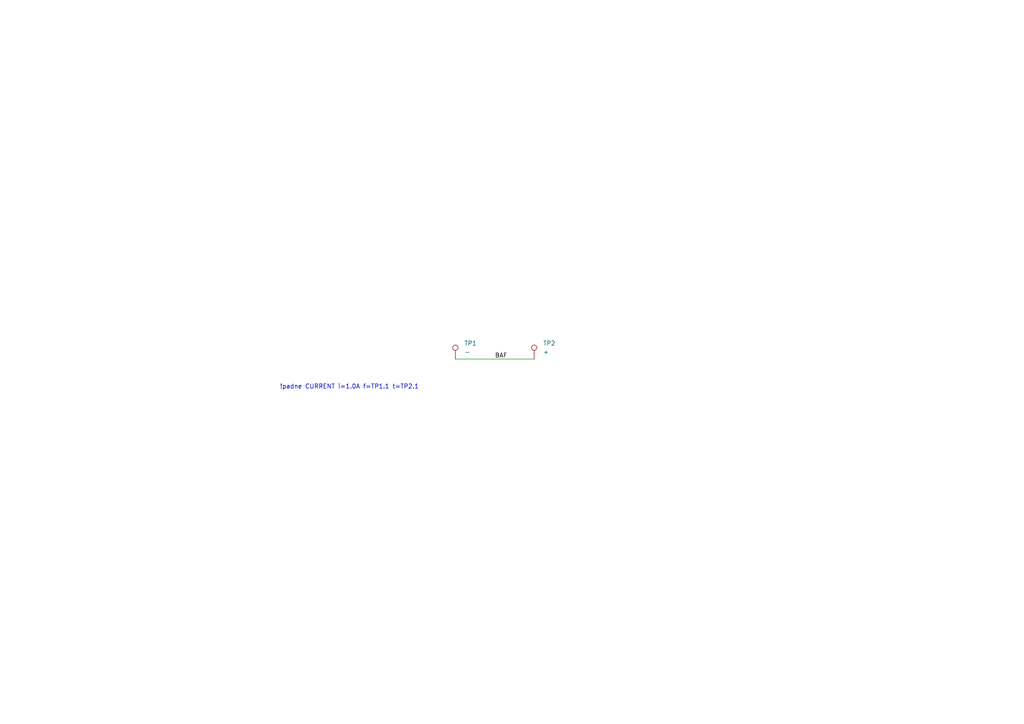
<source format=kicad_sch>
(kicad_sch (version 20231120) (generator "eeschema") (generator_version "8.0")
  (paper "A4")
  (lib_symbols
    (symbol "Connector:TestPoint" (pin_numbers hide) (pin_names (offset 0.762) hide)
      (property "Reference" "TP" (at 0 6.858 0))
      (property "Value" "TestPoint" (at 0 5.08 0))
      (symbol "TestPoint_0_1"
        (circle (center 0 3.302) (radius 0.762))
      )
      (symbol "TestPoint_1_1"
        (pin passive line (at 0 0 90) (length 2.54) (name "1") (number "1"))
      )
    )
  )
  (wire (pts (xy 132.08 104.14) (xy 154.94 104.14)))
  (text "!padne CURRENT i=1.0A f=TP1.1 t=TP2.1" (at 101.346 112.268 0) (effects (font (size 1.27 1.27))))
  (label "BAF" (at 143.51 104.14 0))
  (symbol (lib_id "Connector:TestPoint") (at 154.94 104.14 0) (unit 1)
    (property "Reference" "TP2" (at 157.48 99.5679 0) (effects (justify left)))
    (property "Value" "+" (at 157.48 102.1079 0) (effects (justify left)))
    (property "Footprint" "TestPoint:TestPoint_Pad_D2.0mm" (effects (hide yes)))
    (property "Description" "test point" (effects (hide yes)))
  )
  (symbol (lib_id "Connector:TestPoint") (at 132.08 104.14 0) (unit 1)
    (property "Reference" "TP1" (at 134.62 99.5679 0) (effects (justify left)))
    (property "Value" "-" (at 134.62 102.1079 0) (effects (justify left)))
    (property "Footprint" "TestPoint:TestPoint_Pad_D2.0mm" (effects (hide yes)))
    (property "Description" "test point" (effects (hide yes)))
  )
)
</source>
